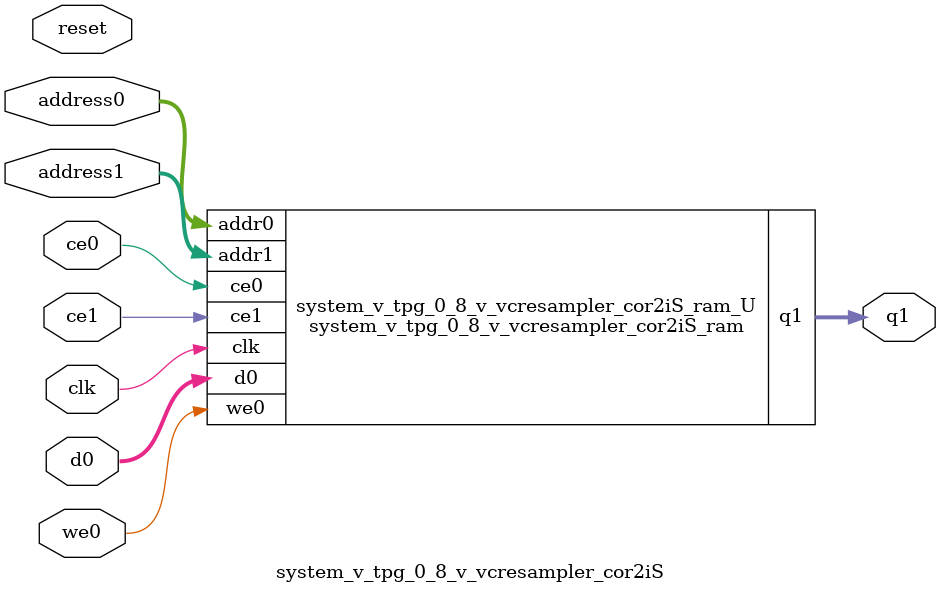
<source format=v>
`timescale 1 ns / 1 ps
module system_v_tpg_0_8_v_vcresampler_cor2iS_ram (addr0, ce0, d0, we0, addr1, ce1, q1,  clk);

parameter DWIDTH = 8;
parameter AWIDTH = 12;
parameter MEM_SIZE = 3840;

input[AWIDTH-1:0] addr0;
input ce0;
input[DWIDTH-1:0] d0;
input we0;
input[AWIDTH-1:0] addr1;
input ce1;
output reg[DWIDTH-1:0] q1;
input clk;

(* ram_style = "block" *)reg [DWIDTH-1:0] ram[0:MEM_SIZE-1];




always @(posedge clk)  
begin 
    if (ce0) begin
        if (we0) 
            ram[addr0] <= d0; 
    end
end


always @(posedge clk)  
begin 
    if (ce1) begin
        q1 <= ram[addr1];
    end
end


endmodule

`timescale 1 ns / 1 ps
module system_v_tpg_0_8_v_vcresampler_cor2iS(
    reset,
    clk,
    address0,
    ce0,
    we0,
    d0,
    address1,
    ce1,
    q1);

parameter DataWidth = 32'd8;
parameter AddressRange = 32'd3840;
parameter AddressWidth = 32'd12;
input reset;
input clk;
input[AddressWidth - 1:0] address0;
input ce0;
input we0;
input[DataWidth - 1:0] d0;
input[AddressWidth - 1:0] address1;
input ce1;
output[DataWidth - 1:0] q1;



system_v_tpg_0_8_v_vcresampler_cor2iS_ram system_v_tpg_0_8_v_vcresampler_cor2iS_ram_U(
    .clk( clk ),
    .addr0( address0 ),
    .ce0( ce0 ),
    .we0( we0 ),
    .d0( d0 ),
    .addr1( address1 ),
    .ce1( ce1 ),
    .q1( q1 ));

endmodule


</source>
